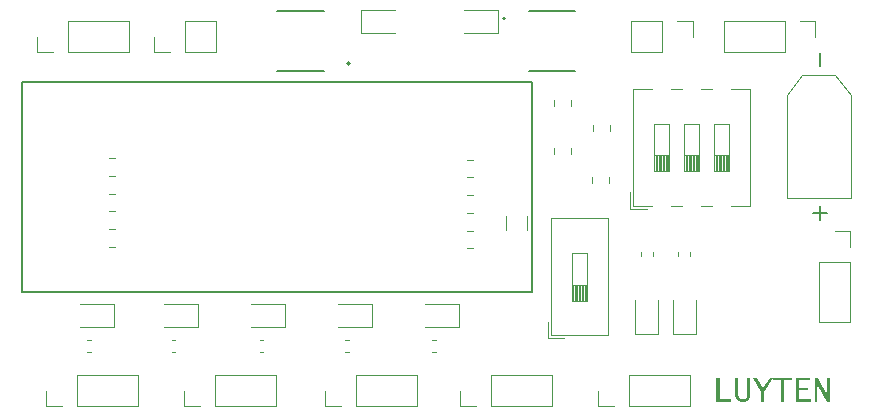
<source format=gbr>
%TF.GenerationSoftware,KiCad,Pcbnew,7.0.9*%
%TF.CreationDate,2024-06-02T15:37:05-06:00*%
%TF.ProjectId,luytenPCB,6c757974-656e-4504-9342-2e6b69636164,rev?*%
%TF.SameCoordinates,Original*%
%TF.FileFunction,Legend,Top*%
%TF.FilePolarity,Positive*%
%FSLAX46Y46*%
G04 Gerber Fmt 4.6, Leading zero omitted, Abs format (unit mm)*
G04 Created by KiCad (PCBNEW 7.0.9) date 2024-06-02 15:37:05*
%MOMM*%
%LPD*%
G01*
G04 APERTURE LIST*
%ADD10C,0.150000*%
%ADD11C,0.120000*%
%ADD12C,0.200000*%
%ADD13C,0.127000*%
G04 APERTURE END LIST*
D10*
G36*
X106222815Y-61382000D02*
G01*
X106222815Y-59349899D01*
X106493436Y-59349899D01*
X106493436Y-61163158D01*
X107443052Y-61163158D01*
X107443052Y-61382000D01*
X106222815Y-61382000D01*
G37*
G36*
X107814301Y-59349899D02*
G01*
X108084922Y-59349899D01*
X108084922Y-60673207D01*
X108085113Y-60702268D01*
X108085685Y-60730222D01*
X108086639Y-60757070D01*
X108087975Y-60782811D01*
X108089692Y-60807445D01*
X108091791Y-60830972D01*
X108094272Y-60853393D01*
X108097134Y-60874707D01*
X108100378Y-60894914D01*
X108105959Y-60923150D01*
X108112399Y-60948896D01*
X108119698Y-60972151D01*
X108127855Y-60992917D01*
X108133771Y-61005377D01*
X108143217Y-61022729D01*
X108156708Y-61044570D01*
X108171221Y-61064930D01*
X108186757Y-61083809D01*
X108203316Y-61101208D01*
X108220898Y-61117125D01*
X108239502Y-61131562D01*
X108259130Y-61144519D01*
X108264196Y-61147526D01*
X108285209Y-61158517D01*
X108307214Y-61168043D01*
X108330211Y-61176103D01*
X108354200Y-61182697D01*
X108379181Y-61187826D01*
X108398568Y-61190712D01*
X108418514Y-61192772D01*
X108439017Y-61194009D01*
X108460079Y-61194421D01*
X108480693Y-61194036D01*
X108500891Y-61192879D01*
X108520672Y-61190952D01*
X108540038Y-61188254D01*
X108568307Y-61182761D01*
X108595640Y-61175534D01*
X108622036Y-61166573D01*
X108647497Y-61155876D01*
X108672022Y-61143446D01*
X108695611Y-61129281D01*
X108718264Y-61113381D01*
X108739981Y-61095747D01*
X108760234Y-61075123D01*
X108772630Y-61059118D01*
X108784140Y-61041307D01*
X108794764Y-61021691D01*
X108804503Y-61000270D01*
X108813357Y-60977044D01*
X108821326Y-60952013D01*
X108828409Y-60925177D01*
X108834606Y-60896536D01*
X108839919Y-60866089D01*
X108844346Y-60833838D01*
X108847887Y-60799781D01*
X108850543Y-60763920D01*
X108852314Y-60726253D01*
X108853199Y-60686781D01*
X108853310Y-60666368D01*
X108853310Y-59349899D01*
X109089249Y-59349899D01*
X109089249Y-60639501D01*
X109089157Y-60666255D01*
X109088882Y-60692174D01*
X109088424Y-60717256D01*
X109087783Y-60741503D01*
X109086959Y-60764914D01*
X109085951Y-60787490D01*
X109084761Y-60809229D01*
X109083387Y-60830133D01*
X109081830Y-60850201D01*
X109079151Y-60878736D01*
X109076060Y-60905390D01*
X109072556Y-60930164D01*
X109068641Y-60953058D01*
X109065801Y-60967275D01*
X109060525Y-60989505D01*
X109054345Y-61011376D01*
X109047260Y-61032889D01*
X109039270Y-61054042D01*
X109030377Y-61074837D01*
X109020578Y-61095274D01*
X109009875Y-61115351D01*
X108998268Y-61135070D01*
X108985756Y-61154430D01*
X108972340Y-61173431D01*
X108958020Y-61192074D01*
X108942795Y-61210358D01*
X108926665Y-61228283D01*
X108909631Y-61245849D01*
X108891692Y-61263057D01*
X108872849Y-61279906D01*
X108853159Y-61296055D01*
X108832679Y-61311161D01*
X108811409Y-61325226D01*
X108789349Y-61338250D01*
X108766499Y-61350231D01*
X108742859Y-61361170D01*
X108718429Y-61371068D01*
X108693209Y-61379923D01*
X108667199Y-61387737D01*
X108640399Y-61394509D01*
X108612809Y-61400239D01*
X108584429Y-61404928D01*
X108555259Y-61408574D01*
X108525300Y-61411179D01*
X108494550Y-61412742D01*
X108463010Y-61413263D01*
X108425364Y-61412587D01*
X108388753Y-61410561D01*
X108353175Y-61407183D01*
X108318632Y-61402455D01*
X108285123Y-61396375D01*
X108252648Y-61388945D01*
X108221208Y-61380164D01*
X108190801Y-61370032D01*
X108161429Y-61358548D01*
X108133091Y-61345714D01*
X108105788Y-61331529D01*
X108079518Y-61315993D01*
X108054283Y-61299106D01*
X108030082Y-61280868D01*
X108006915Y-61261279D01*
X107984782Y-61240339D01*
X107968717Y-61223486D01*
X107953493Y-61206084D01*
X107939110Y-61188132D01*
X107925569Y-61169630D01*
X107912869Y-61150579D01*
X107901011Y-61130979D01*
X107889994Y-61110829D01*
X107879819Y-61090129D01*
X107870485Y-61068880D01*
X107861993Y-61047081D01*
X107856799Y-61032244D01*
X107850602Y-61012643D01*
X107844953Y-60993165D01*
X107839855Y-60973809D01*
X107835306Y-60954575D01*
X107830392Y-60930704D01*
X107826338Y-60907023D01*
X107823141Y-60883534D01*
X107822605Y-60878859D01*
X107820213Y-60854335D01*
X107818591Y-60833032D01*
X107817229Y-60810234D01*
X107816126Y-60785939D01*
X107815282Y-60760149D01*
X107814820Y-60739824D01*
X107814504Y-60718658D01*
X107814333Y-60696650D01*
X107814301Y-60681511D01*
X107814301Y-59349899D01*
G37*
G36*
X110003694Y-61382000D02*
G01*
X110003694Y-60525196D01*
X109334468Y-59349899D01*
X109646122Y-59349899D01*
X110169779Y-60266787D01*
X110719325Y-59349899D01*
X110976269Y-59349899D01*
X110274315Y-60525196D01*
X110274315Y-61382000D01*
X110003694Y-61382000D01*
G37*
G36*
X111688481Y-61382000D02*
G01*
X111688481Y-59568741D01*
X111010951Y-59568741D01*
X111010951Y-59349899D01*
X112637609Y-59349899D01*
X112637609Y-59568741D01*
X111960568Y-59568741D01*
X111960568Y-61382000D01*
X111688481Y-61382000D01*
G37*
G36*
X112960009Y-61382000D02*
G01*
X112960009Y-59349899D01*
X114150937Y-59349899D01*
X114150937Y-59568741D01*
X113230630Y-59568741D01*
X113230630Y-60194002D01*
X114010742Y-60194002D01*
X114010742Y-60412844D01*
X113230630Y-60412844D01*
X113230630Y-61163158D01*
X114213952Y-61163158D01*
X114213952Y-61382000D01*
X112960009Y-61382000D01*
G37*
G36*
X114552473Y-61382000D02*
G01*
X114552473Y-59349899D01*
X114807951Y-59349899D01*
X115617371Y-60832942D01*
X115620302Y-60837826D01*
X115620302Y-59349899D01*
X115841098Y-59349899D01*
X115841098Y-61382000D01*
X115591482Y-61382000D01*
X114776688Y-59888210D01*
X114772291Y-59879906D01*
X114772291Y-61382000D01*
X114552473Y-61382000D01*
G37*
X114994591Y-45970590D02*
X114994591Y-44827733D01*
X115566019Y-45399161D02*
X114423162Y-45399161D01*
X114994591Y-32970590D02*
X114994591Y-31827733D01*
D11*
%TO.C,J1*%
X116289891Y-33689162D02*
X113469891Y-33689162D01*
X116289891Y-33689162D02*
X117589891Y-35389162D01*
X113469891Y-33689162D02*
X112169891Y-35389162D01*
X117589891Y-35389162D02*
X117589891Y-44109162D01*
X112169891Y-35389162D02*
X112169891Y-44109162D01*
X117589891Y-44109162D02*
X112169891Y-44109162D01*
D12*
%TO.C,IC1*%
X88326000Y-28956000D02*
G75*
G03*
X88326000Y-28956000I-100000J0D01*
G01*
D13*
X90346000Y-33386000D02*
X94246000Y-33386000D01*
X90346000Y-28336000D02*
X94246000Y-28336000D01*
D12*
%TO.C,IC2*%
X75178000Y-32751000D02*
G75*
G03*
X75178000Y-32751000I-100000J0D01*
G01*
D13*
X72958000Y-28321000D02*
X69058000Y-28321000D01*
X72958000Y-33371000D02*
X69058000Y-33371000D01*
D11*
%TO.C,R9*%
X76118000Y-28250000D02*
X76118000Y-30170000D01*
X78978000Y-28250000D02*
X76118000Y-28250000D01*
X76118000Y-30170000D02*
X78978000Y-30170000D01*
%TO.C,R8*%
X87712000Y-30170000D02*
X87712000Y-28250000D01*
X84852000Y-30170000D02*
X87712000Y-30170000D01*
X87712000Y-28250000D02*
X84852000Y-28250000D01*
%TO.C,C10*%
X92483000Y-36329252D02*
X92483000Y-35806748D01*
X93953000Y-36329252D02*
X93953000Y-35806748D01*
%TO.C,C9*%
X93953000Y-39870748D02*
X93953000Y-40393252D01*
X92483000Y-39870748D02*
X92483000Y-40393252D01*
%TO.C,C6*%
X54820868Y-46803697D02*
X55343372Y-46803697D01*
X54820868Y-48273697D02*
X55343372Y-48273697D01*
%TO.C,D2*%
X100840000Y-48748733D02*
X100840000Y-49041267D01*
X99820000Y-48748733D02*
X99820000Y-49041267D01*
D10*
%TO.C,A1*%
X90582000Y-34290000D02*
X47402000Y-34290000D01*
X90582000Y-34290000D02*
X90582000Y-52070000D01*
X47402000Y-34290000D02*
X47402000Y-52070000D01*
X90582000Y-52070000D02*
X47402000Y-52070000D01*
D11*
%TO.C,C8*%
X97160359Y-42357180D02*
X97160359Y-42879684D01*
X95690359Y-42357180D02*
X95690359Y-42879684D01*
%TO.C,R1*%
X102545000Y-55672500D02*
X104465000Y-55672500D01*
X104465000Y-55672500D02*
X104465000Y-52812500D01*
X102545000Y-52812500D02*
X102545000Y-55672500D01*
%TO.C,SW2*%
X98940000Y-45055000D02*
X100323000Y-45055000D01*
X98940000Y-45055000D02*
X98940000Y-43671000D01*
X99180000Y-44815000D02*
X100800000Y-44815000D01*
X99180000Y-44815000D02*
X99180000Y-34915000D01*
X102400000Y-44815000D02*
X103340000Y-44815000D01*
X104940000Y-44815000D02*
X105880000Y-44815000D01*
X107480000Y-44815000D02*
X109100000Y-44815000D01*
X109100000Y-44815000D02*
X109100000Y-34915000D01*
X100965000Y-41895000D02*
X102235000Y-41895000D01*
X101085000Y-41895000D02*
X101085000Y-40541667D01*
X101205000Y-41895000D02*
X101205000Y-40541667D01*
X101325000Y-41895000D02*
X101325000Y-40541667D01*
X101445000Y-41895000D02*
X101445000Y-40541667D01*
X101565000Y-41895000D02*
X101565000Y-40541667D01*
X101685000Y-41895000D02*
X101685000Y-40541667D01*
X101805000Y-41895000D02*
X101805000Y-40541667D01*
X101925000Y-41895000D02*
X101925000Y-40541667D01*
X102045000Y-41895000D02*
X102045000Y-40541667D01*
X102165000Y-41895000D02*
X102165000Y-40541667D01*
X102235000Y-41895000D02*
X102235000Y-37835000D01*
X103505000Y-41895000D02*
X104775000Y-41895000D01*
X103625000Y-41895000D02*
X103625000Y-40541667D01*
X103745000Y-41895000D02*
X103745000Y-40541667D01*
X103865000Y-41895000D02*
X103865000Y-40541667D01*
X103985000Y-41895000D02*
X103985000Y-40541667D01*
X104105000Y-41895000D02*
X104105000Y-40541667D01*
X104225000Y-41895000D02*
X104225000Y-40541667D01*
X104345000Y-41895000D02*
X104345000Y-40541667D01*
X104465000Y-41895000D02*
X104465000Y-40541667D01*
X104585000Y-41895000D02*
X104585000Y-40541667D01*
X104705000Y-41895000D02*
X104705000Y-40541667D01*
X104775000Y-41895000D02*
X104775000Y-37835000D01*
X106045000Y-41895000D02*
X107315000Y-41895000D01*
X106165000Y-41895000D02*
X106165000Y-40541667D01*
X106285000Y-41895000D02*
X106285000Y-40541667D01*
X106405000Y-41895000D02*
X106405000Y-40541667D01*
X106525000Y-41895000D02*
X106525000Y-40541667D01*
X106645000Y-41895000D02*
X106645000Y-40541667D01*
X106765000Y-41895000D02*
X106765000Y-40541667D01*
X106885000Y-41895000D02*
X106885000Y-40541667D01*
X107005000Y-41895000D02*
X107005000Y-40541667D01*
X107125000Y-41895000D02*
X107125000Y-40541667D01*
X107245000Y-41895000D02*
X107245000Y-40541667D01*
X107315000Y-41895000D02*
X107315000Y-37835000D01*
X100965000Y-40541667D02*
X102235000Y-40541667D01*
X103505000Y-40541667D02*
X104775000Y-40541667D01*
X106045000Y-40541667D02*
X107315000Y-40541667D01*
X100965000Y-37835000D02*
X100965000Y-41895000D01*
X102235000Y-37835000D02*
X100965000Y-37835000D01*
X103505000Y-37835000D02*
X103505000Y-41895000D01*
X104775000Y-37835000D02*
X103505000Y-37835000D01*
X106045000Y-37835000D02*
X106045000Y-41895000D01*
X107315000Y-37835000D02*
X106045000Y-37835000D01*
X99180000Y-34915000D02*
X100800000Y-34915000D01*
X102400000Y-34915000D02*
X103340000Y-34915000D01*
X104940000Y-34915000D02*
X105880000Y-34915000D01*
X107480000Y-34915000D02*
X109100000Y-34915000D01*
%TO.C,J7*%
X84522000Y-61782000D02*
X84522000Y-60452000D01*
X85852000Y-61782000D02*
X84522000Y-61782000D01*
X87122000Y-61782000D02*
X92262000Y-61782000D01*
X87122000Y-61782000D02*
X87122000Y-59122000D01*
X92262000Y-61782000D02*
X92262000Y-59122000D01*
X87122000Y-59122000D02*
X92262000Y-59122000D01*
%TO.C,D3*%
X82442267Y-57152000D02*
X82149733Y-57152000D01*
X82442267Y-56132000D02*
X82149733Y-56132000D01*
%TO.C,J10*%
X114895548Y-49530000D02*
X114895548Y-54670000D01*
X114895548Y-49530000D02*
X117555548Y-49530000D01*
X114895548Y-54670000D02*
X117555548Y-54670000D01*
X116225548Y-46930000D02*
X117555548Y-46930000D01*
X117555548Y-46930000D02*
X117555548Y-48260000D01*
X117555548Y-49530000D02*
X117555548Y-54670000D01*
%TO.C,J8*%
X49470000Y-61782000D02*
X49470000Y-60452000D01*
X50800000Y-61782000D02*
X49470000Y-61782000D01*
X52070000Y-61782000D02*
X57210000Y-61782000D01*
X52070000Y-61782000D02*
X52070000Y-59122000D01*
X57210000Y-61782000D02*
X57210000Y-59122000D01*
X52070000Y-59122000D02*
X57210000Y-59122000D01*
%TO.C,C7*%
X95765133Y-38480680D02*
X95765133Y-37958176D01*
X97235133Y-38480680D02*
X97235133Y-37958176D01*
%TO.C,C3*%
X85610817Y-42389223D02*
X85088313Y-42389223D01*
X85610817Y-40919223D02*
X85088313Y-40919223D01*
%TO.C,D1*%
X104015000Y-48748733D02*
X104015000Y-49041267D01*
X102995000Y-48748733D02*
X102995000Y-49041267D01*
%TO.C,F1*%
X90191000Y-45625936D02*
X90191000Y-46830064D01*
X88371000Y-45625936D02*
X88371000Y-46830064D01*
%TO.C,D7*%
X67837267Y-57152000D02*
X67544733Y-57152000D01*
X67837267Y-56132000D02*
X67544733Y-56132000D01*
%TO.C,J6*%
X96221000Y-61782000D02*
X96221000Y-60452000D01*
X97551000Y-61782000D02*
X96221000Y-61782000D01*
X98821000Y-61782000D02*
X103961000Y-61782000D01*
X98821000Y-61782000D02*
X98821000Y-59122000D01*
X103961000Y-61782000D02*
X103961000Y-59122000D01*
X98821000Y-59122000D02*
X103961000Y-59122000D01*
%TO.C,R2*%
X99370000Y-52812500D02*
X99370000Y-55672500D01*
X101290000Y-55672500D02*
X101290000Y-52812500D01*
X99370000Y-55672500D02*
X101290000Y-55672500D01*
%TO.C,C4*%
X54820868Y-40783697D02*
X55343372Y-40783697D01*
X54820868Y-42253697D02*
X55343372Y-42253697D01*
%TO.C,R3*%
X84401000Y-55062000D02*
X84401000Y-53142000D01*
X84401000Y-53142000D02*
X81541000Y-53142000D01*
X81541000Y-55062000D02*
X84401000Y-55062000D01*
%TO.C,R4*%
X77044000Y-55062000D02*
X77044000Y-53142000D01*
X77044000Y-53142000D02*
X74184000Y-53142000D01*
X74184000Y-55062000D02*
X77044000Y-55062000D01*
%TO.C,R7*%
X69678000Y-55062000D02*
X69678000Y-53142000D01*
X69678000Y-53142000D02*
X66818000Y-53142000D01*
X66818000Y-55062000D02*
X69678000Y-55062000D01*
%TO.C,D6*%
X53232267Y-57152000D02*
X52939733Y-57152000D01*
X53232267Y-56132000D02*
X52939733Y-56132000D01*
%TO.C,C5*%
X54820868Y-43793697D02*
X55343372Y-43793697D01*
X54820868Y-45263697D02*
X55343372Y-45263697D01*
%TO.C,C1*%
X85610817Y-48409223D02*
X85088313Y-48409223D01*
X85610817Y-46939223D02*
X85088313Y-46939223D01*
%TO.C,R6*%
X55191000Y-55062000D02*
X55191000Y-53142000D01*
X55191000Y-53142000D02*
X52331000Y-53142000D01*
X52331000Y-55062000D02*
X55191000Y-55062000D01*
%TO.C,J4*%
X48723000Y-31810000D02*
X48723000Y-30480000D01*
X50053000Y-31810000D02*
X48723000Y-31810000D01*
X51323000Y-31810000D02*
X56463000Y-31810000D01*
X51323000Y-31810000D02*
X51323000Y-29150000D01*
X56463000Y-31810000D02*
X56463000Y-29150000D01*
X51323000Y-29150000D02*
X56463000Y-29150000D01*
%TO.C,J5*%
X114599000Y-29150000D02*
X114599000Y-30480000D01*
X113269000Y-29150000D02*
X114599000Y-29150000D01*
X111999000Y-29150000D02*
X106859000Y-29150000D01*
X111999000Y-29150000D02*
X111999000Y-31810000D01*
X106859000Y-29150000D02*
X106859000Y-31810000D01*
X111999000Y-31810000D02*
X106859000Y-31810000D01*
%TO.C,R5*%
X62312000Y-55062000D02*
X62312000Y-53142000D01*
X62312000Y-53142000D02*
X59452000Y-53142000D01*
X59452000Y-55062000D02*
X62312000Y-55062000D01*
%TO.C,D4*%
X75076267Y-57152000D02*
X74783733Y-57152000D01*
X75076267Y-56132000D02*
X74783733Y-56132000D01*
%TO.C,J2*%
X104200000Y-29150000D02*
X104200000Y-30480000D01*
X102870000Y-29150000D02*
X104200000Y-29150000D01*
X101600000Y-29150000D02*
X99000000Y-29150000D01*
X101600000Y-29150000D02*
X101600000Y-31810000D01*
X99000000Y-29150000D02*
X99000000Y-31810000D01*
X101600000Y-31810000D02*
X99000000Y-31810000D01*
%TO.C,J9*%
X61154000Y-61782000D02*
X61154000Y-60452000D01*
X62484000Y-61782000D02*
X61154000Y-61782000D01*
X63754000Y-61782000D02*
X68894000Y-61782000D01*
X63754000Y-61782000D02*
X63754000Y-59122000D01*
X68894000Y-61782000D02*
X68894000Y-59122000D01*
X63754000Y-59122000D02*
X68894000Y-59122000D01*
%TO.C,C2*%
X85610817Y-45399223D02*
X85088313Y-45399223D01*
X85610817Y-43929223D02*
X85088313Y-43929223D01*
%TO.C,J3*%
X58614000Y-31810000D02*
X58614000Y-30480000D01*
X59944000Y-31810000D02*
X58614000Y-31810000D01*
X61214000Y-31810000D02*
X63814000Y-31810000D01*
X61214000Y-31810000D02*
X61214000Y-29150000D01*
X63814000Y-31810000D02*
X63814000Y-29150000D01*
X61214000Y-29150000D02*
X63814000Y-29150000D01*
%TO.C,SW1*%
X91955000Y-55990000D02*
X93338000Y-55990000D01*
X91955000Y-55990000D02*
X91955000Y-54606000D01*
X92195000Y-55750000D02*
X97035000Y-55750000D01*
X92195000Y-55750000D02*
X92195000Y-45850000D01*
X97035000Y-55750000D02*
X97035000Y-45850000D01*
X93980000Y-52830000D02*
X95250000Y-52830000D01*
X94100000Y-52830000D02*
X94100000Y-51476667D01*
X94220000Y-52830000D02*
X94220000Y-51476667D01*
X94340000Y-52830000D02*
X94340000Y-51476667D01*
X94460000Y-52830000D02*
X94460000Y-51476667D01*
X94580000Y-52830000D02*
X94580000Y-51476667D01*
X94700000Y-52830000D02*
X94700000Y-51476667D01*
X94820000Y-52830000D02*
X94820000Y-51476667D01*
X94940000Y-52830000D02*
X94940000Y-51476667D01*
X95060000Y-52830000D02*
X95060000Y-51476667D01*
X95180000Y-52830000D02*
X95180000Y-51476667D01*
X95250000Y-52830000D02*
X95250000Y-48770000D01*
X93980000Y-51476667D02*
X95250000Y-51476667D01*
X93980000Y-48770000D02*
X93980000Y-52830000D01*
X95250000Y-48770000D02*
X93980000Y-48770000D01*
X92195000Y-45850000D02*
X97035000Y-45850000D01*
%TO.C,J11*%
X73092000Y-61782000D02*
X73092000Y-60452000D01*
X74422000Y-61782000D02*
X73092000Y-61782000D01*
X75692000Y-61782000D02*
X80832000Y-61782000D01*
X75692000Y-61782000D02*
X75692000Y-59122000D01*
X80832000Y-61782000D02*
X80832000Y-59122000D01*
X75692000Y-59122000D02*
X80832000Y-59122000D01*
%TO.C,D5*%
X60395067Y-57152000D02*
X60102533Y-57152000D01*
X60395067Y-56132000D02*
X60102533Y-56132000D01*
%TD*%
M02*

</source>
